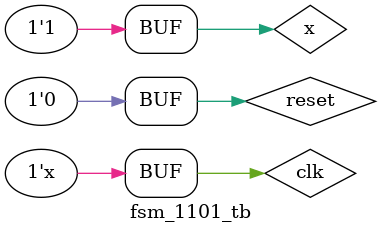
<source format=v>
module fsm_1101(x,clk,reset,y);

	input x,clk,reset;
	output reg y;
	
	reg [2:0] pre_state;
	reg [2:0] next_state;

	parameter A = 3'b000, B = 3'b001, C = 3'b010, D = 3'b011, E = 3'b101;

	always @(x,pre_state)
	begin
		case(pre_state)
			E : begin
				next_state = x ? A : E;
				y = 0;
			    end
			A : begin
				next_state = x ? B : E;
				y = 0;
			    end
			B : begin
				next_state = x ? B : C;
				y = 0;
			    end
			C : begin
				next_state = x ? D : E;
				y = x ? 1 : 0;
			    end
			D : begin
				next_state = x ? B : E;
				y = 0;
			    end
			default begin
					next_state = 3'bxxx;
					y = 1'bx;
				end
			
		endcase
	end

	always @(posedge clk)
	begin
		if (reset)
			pre_state = E;
		else 
			pre_state = next_state;
	end
	
endmodule

//test bench

module fsm_1101_tb();

	reg x,clk,reset;
	wire y;

	fsm_1101 tb(x,clk,reset,y);

	initial
	begin
		clk = 0;
		reset = 1;
		#20 reset = 0;
	end

	always #5 clk = ~clk;

	initial
	begin	
		#23 x = 1;
		#5 x = 1;
		#5 x = 1;
		#5 x = 1;
		#5 x = 0;
		#5 x = 1;
		#5 x = 0;
		#5 x = 1;
		#5 x = 0;
		#5 x = 1;
		#5 x = 1;
		#5 x = 1;
	end
endmodule



</source>
